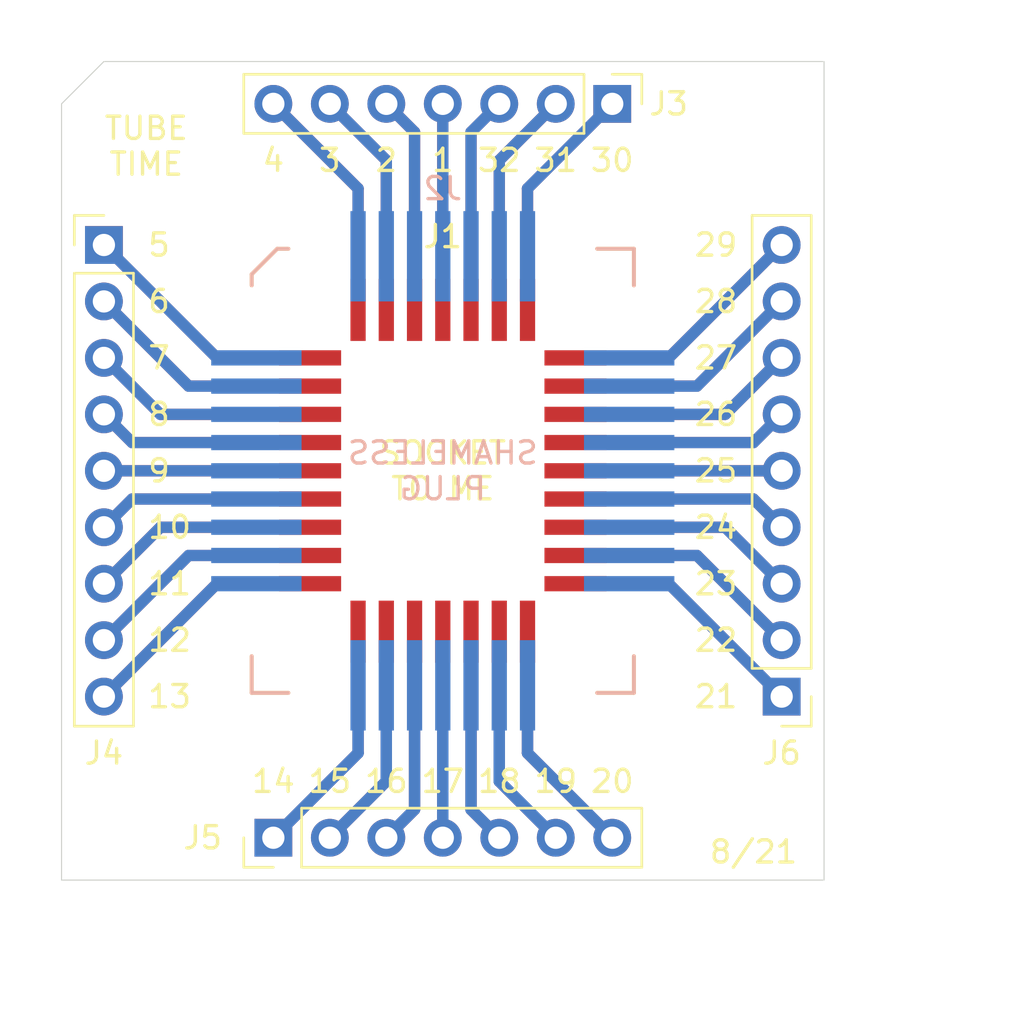
<source format=kicad_pcb>
(kicad_pcb (version 20171130) (host pcbnew "(5.1.0)-1")

  (general
    (thickness 1.6)
    (drawings 45)
    (tracks 141)
    (zones 0)
    (modules 6)
    (nets 33)
  )

  (page A4)
  (layers
    (0 F.Cu signal)
    (31 B.Cu signal)
    (32 B.Adhes user)
    (33 F.Adhes user)
    (34 B.Paste user)
    (35 F.Paste user)
    (36 B.SilkS user)
    (37 F.SilkS user)
    (38 B.Mask user)
    (39 F.Mask user)
    (40 Dwgs.User user)
    (41 Cmts.User user)
    (42 Eco1.User user)
    (43 Eco2.User user)
    (44 Edge.Cuts user)
    (45 Margin user)
    (46 B.CrtYd user)
    (47 F.CrtYd user)
    (48 B.Fab user)
    (49 F.Fab user)
  )

  (setup
    (last_trace_width 0.508)
    (user_trace_width 0.508)
    (trace_clearance 0.2)
    (zone_clearance 0.508)
    (zone_45_only no)
    (trace_min 0.2)
    (via_size 0.8)
    (via_drill 0.4)
    (via_min_size 0.4)
    (via_min_drill 0.3)
    (uvia_size 0.3)
    (uvia_drill 0.1)
    (uvias_allowed no)
    (uvia_min_size 0.2)
    (uvia_min_drill 0.1)
    (edge_width 0.05)
    (segment_width 0.2)
    (pcb_text_width 0.3)
    (pcb_text_size 1.5 1.5)
    (mod_edge_width 0.12)
    (mod_text_size 1 1)
    (mod_text_width 0.15)
    (pad_size 1.524 1.524)
    (pad_drill 0.762)
    (pad_to_mask_clearance 0.051)
    (solder_mask_min_width 0.1778)
    (aux_axis_origin 0 0)
    (visible_elements FFFFFF7F)
    (pcbplotparams
      (layerselection 0x010f0_ffffffff)
      (usegerberextensions false)
      (usegerberattributes false)
      (usegerberadvancedattributes false)
      (creategerberjobfile false)
      (excludeedgelayer true)
      (linewidth 0.100000)
      (plotframeref false)
      (viasonmask false)
      (mode 1)
      (useauxorigin false)
      (hpglpennumber 1)
      (hpglpenspeed 20)
      (hpglpendiameter 15.000000)
      (psnegative false)
      (psa4output false)
      (plotreference true)
      (plotvalue false)
      (plotinvisibletext false)
      (padsonsilk false)
      (subtractmaskfromsilk false)
      (outputformat 1)
      (mirror false)
      (drillshape 0)
      (scaleselection 1)
      (outputdirectory "fab"))
  )

  (net 0 "")
  (net 1 /28)
  (net 2 /27)
  (net 3 /26)
  (net 4 /25)
  (net 5 /24)
  (net 6 /23)
  (net 7 /22)
  (net 8 /21)
  (net 9 /20)
  (net 10 /19)
  (net 11 /18)
  (net 12 /17)
  (net 13 /16)
  (net 14 /15)
  (net 15 /14)
  (net 16 /13)
  (net 17 /12)
  (net 18 /11)
  (net 19 /10)
  (net 20 /9)
  (net 21 /8)
  (net 22 /7)
  (net 23 /6)
  (net 24 /5)
  (net 25 /29)
  (net 26 /30)
  (net 27 /31)
  (net 28 /32)
  (net 29 /4)
  (net 30 /3)
  (net 31 /2)
  (net 32 /1)

  (net_class Default "This is the default net class."
    (clearance 0.2)
    (trace_width 0.25)
    (via_dia 0.8)
    (via_drill 0.4)
    (uvia_dia 0.3)
    (uvia_drill 0.1)
    (add_net /1)
    (add_net /10)
    (add_net /11)
    (add_net /12)
    (add_net /13)
    (add_net /14)
    (add_net /15)
    (add_net /16)
    (add_net /17)
    (add_net /18)
    (add_net /19)
    (add_net /2)
    (add_net /20)
    (add_net /21)
    (add_net /22)
    (add_net /23)
    (add_net /24)
    (add_net /25)
    (add_net /26)
    (add_net /27)
    (add_net /28)
    (add_net /29)
    (add_net /3)
    (add_net /30)
    (add_net /31)
    (add_net /32)
    (add_net /4)
    (add_net /5)
    (add_net /6)
    (add_net /7)
    (add_net /8)
    (add_net /9)
  )

  (module Active:PLCCP127P1250X1500X370-32 locked (layer B.Cu) (tedit 611FFD3A) (tstamp 6120598D)
    (at 127 101.6 180)
    (descr "PLCC, 32 pins, surface mount PLUG")
    (tags "plcc smt")
    (path /611FEA16)
    (attr smd)
    (fp_text reference J2 (at 0 12.7 180) (layer B.SilkS)
      (effects (font (size 1 1) (thickness 0.15)) (justify mirror))
    )
    (fp_text value Plug (at 0.0699 -13.0169 180) (layer B.Fab)
      (effects (font (size 1 1) (thickness 0.15)) (justify mirror))
    )
    (fp_line (start -8.382 9.779) (end -8.382 -9.779) (layer B.Fab) (width 0.1))
    (fp_line (start -8.382 -9.779) (end 8.382 -9.779) (layer B.Fab) (width 0.1))
    (fp_line (start 8.382 -9.779) (end 8.382 8.763) (layer B.Fab) (width 0.1))
    (fp_line (start 7.366 9.779) (end -8.382 9.779) (layer B.Fab) (width 0.1))
    (fp_line (start -10.668 11.938) (end -10.668 -11.938) (layer B.CrtYd) (width 0.05))
    (fp_line (start -10.668 -11.938) (end 10.668 -11.938) (layer B.CrtYd) (width 0.05))
    (fp_line (start 10.668 -11.938) (end 10.668 11.938) (layer B.CrtYd) (width 0.05))
    (fp_line (start 10.668 11.938) (end -10.668 11.938) (layer B.CrtYd) (width 0.05))
    (fp_line (start -0.5 9.714) (end 0 8.714) (layer B.Fab) (width 0.1))
    (fp_line (start 0 8.714) (end 0.5 9.714) (layer B.Fab) (width 0.1))
    (fp_line (start 8.594 8.341) (end 8.594 8.841) (layer B.SilkS) (width 0.1778))
    (fp_line (start 8.594 8.841) (end 7.444 9.991) (layer B.SilkS) (width 0.1778))
    (fp_line (start 7.444 9.991) (end 6.944 9.991) (layer B.SilkS) (width 0.1778))
    (fp_line (start -8.594 8.341) (end -8.594 9.991) (layer B.SilkS) (width 0.1778))
    (fp_line (start -8.594 9.991) (end -6.944 9.991) (layer B.SilkS) (width 0.1778))
    (fp_text user %R (at 0 0 180) (layer B.Fab)
      (effects (font (size 1 1) (thickness 0.15)) (justify mirror))
    )
    (fp_line (start 7.366 9.779) (end 8.382 8.763) (layer B.Fab) (width 0.1))
    (fp_line (start -6.944 -9.991) (end -8.594 -9.991) (layer B.SilkS) (width 0.1778))
    (fp_line (start -8.594 -9.991) (end -8.594 -8.341) (layer B.SilkS) (width 0.1778))
    (fp_line (start 8.594 -8.341) (end 8.594 -9.991) (layer B.SilkS) (width 0.1778))
    (fp_line (start 8.594 -9.991) (end 6.944 -9.991) (layer B.SilkS) (width 0.1778))
    (pad 1 smd rect (at 0 9.652 180) (size 0.6858 4.064) (layers B.Cu B.Paste B.Mask)
      (net 32 /1))
    (pad 2 smd rect (at 1.27 9.652 180) (size 0.6858 4.064) (layers B.Cu B.Paste B.Mask)
      (net 31 /2))
    (pad 3 smd rect (at 2.54 9.652 180) (size 0.6858 4.064) (layers B.Cu B.Paste B.Mask)
      (net 30 /3))
    (pad 4 smd rect (at 3.81 9.652 180) (size 0.6858 4.064) (layers B.Cu B.Paste B.Mask)
      (net 29 /4))
    (pad 32 smd rect (at -1.27 9.652 180) (size 0.6858 4.064) (layers B.Cu B.Paste B.Mask)
      (net 28 /32))
    (pad 31 smd rect (at -2.54 9.652 180) (size 0.6858 4.064) (layers B.Cu B.Paste B.Mask)
      (net 27 /31))
    (pad 30 smd rect (at -3.81 9.652 180) (size 0.6858 4.064) (layers B.Cu B.Paste B.Mask)
      (net 26 /30))
    (pad 29 smd rect (at -8.382 5.08 270) (size 0.6858 4.064) (layers B.Cu B.Paste B.Mask)
      (net 25 /29))
    (pad 5 smd rect (at 8.382 5.08 270) (size 0.6858 4.064) (layers B.Cu B.Paste B.Mask)
      (net 24 /5))
    (pad 6 smd rect (at 8.382 3.81 270) (size 0.6858 4.064) (layers B.Cu B.Paste B.Mask)
      (net 23 /6))
    (pad 7 smd rect (at 8.382 2.54 270) (size 0.6858 4.064) (layers B.Cu B.Paste B.Mask)
      (net 22 /7))
    (pad 8 smd rect (at 8.382 1.27 270) (size 0.6858 4.064) (layers B.Cu B.Paste B.Mask)
      (net 21 /8))
    (pad 9 smd rect (at 8.382 0 270) (size 0.6858 4.064) (layers B.Cu B.Paste B.Mask)
      (net 20 /9))
    (pad 10 smd rect (at 8.382 -1.27 270) (size 0.6858 4.064) (layers B.Cu B.Paste B.Mask)
      (net 19 /10))
    (pad 11 smd rect (at 8.382 -2.54 270) (size 0.6858 4.064) (layers B.Cu B.Paste B.Mask)
      (net 18 /11))
    (pad 12 smd rect (at 8.382 -3.81 270) (size 0.6858 4.064) (layers B.Cu B.Paste B.Mask)
      (net 17 /12))
    (pad 13 smd rect (at 8.382 -5.08 270) (size 0.6858 4.064) (layers B.Cu B.Paste B.Mask)
      (net 16 /13))
    (pad 14 smd rect (at 3.81 -9.652 180) (size 0.6858 4.064) (layers B.Cu B.Paste B.Mask)
      (net 15 /14))
    (pad 15 smd rect (at 2.54 -9.652 180) (size 0.6858 4.064) (layers B.Cu B.Paste B.Mask)
      (net 14 /15))
    (pad 16 smd rect (at 1.27 -9.652 180) (size 0.6858 4.064) (layers B.Cu B.Paste B.Mask)
      (net 13 /16))
    (pad 17 smd rect (at 0 -9.652 180) (size 0.6858 4.064) (layers B.Cu B.Paste B.Mask)
      (net 12 /17))
    (pad 18 smd rect (at -1.27 -9.652 180) (size 0.6858 4.064) (layers B.Cu B.Paste B.Mask)
      (net 11 /18))
    (pad 19 smd rect (at -2.54 -9.652 180) (size 0.6858 4.064) (layers B.Cu B.Paste B.Mask)
      (net 10 /19))
    (pad 20 smd rect (at -3.81 -9.652 180) (size 0.6858 4.064) (layers B.Cu B.Paste B.Mask)
      (net 9 /20))
    (pad 21 smd rect (at -8.382 -5.08 270) (size 0.6858 4.064) (layers B.Cu B.Paste B.Mask)
      (net 8 /21))
    (pad 22 smd rect (at -8.382 -3.81 270) (size 0.6858 4.064) (layers B.Cu B.Paste B.Mask)
      (net 7 /22))
    (pad 23 smd rect (at -8.382 -2.54 270) (size 0.6858 4.064) (layers B.Cu B.Paste B.Mask)
      (net 6 /23))
    (pad 24 smd rect (at -8.382 -1.27 270) (size 0.6858 4.064) (layers B.Cu B.Paste B.Mask)
      (net 5 /24))
    (pad 25 smd rect (at -8.382 0 270) (size 0.6858 4.064) (layers B.Cu B.Paste B.Mask)
      (net 4 /25))
    (pad 26 smd rect (at -8.382 1.27 270) (size 0.6858 4.064) (layers B.Cu B.Paste B.Mask)
      (net 3 /26))
    (pad 27 smd rect (at -8.382 2.54 270) (size 0.6858 4.064) (layers B.Cu B.Paste B.Mask)
      (net 2 /27))
    (pad 28 smd rect (at -8.382 3.81 270) (size 0.6858 4.064) (layers B.Cu B.Paste B.Mask)
      (net 1 /28))
    (model ${KISYS3DMOD}/Housings_LCC.3dshapes/PLCC-32.wrl
      (at (xyz 0 0 0))
      (scale (xyz 1 1 1))
      (rotate (xyz 0 0 0))
    )
  )

  (module Pin_Headers:Pin_Header_Straight_1x09_Pitch2.54mm (layer F.Cu) (tedit 59650532) (tstamp 61205999)
    (at 142.24 111.76 180)
    (descr "Through hole straight pin header, 1x09, 2.54mm pitch, single row")
    (tags "Through hole pin header THT 1x09 2.54mm single row")
    (path /61355263)
    (fp_text reference J6 (at 0 -2.54 180) (layer F.SilkS)
      (effects (font (size 1 1) (thickness 0.15)))
    )
    (fp_text value Conn_01x09 (at 0 22.65 180) (layer F.Fab)
      (effects (font (size 1 1) (thickness 0.15)))
    )
    (fp_line (start -0.635 -1.27) (end 1.27 -1.27) (layer F.Fab) (width 0.1))
    (fp_line (start 1.27 -1.27) (end 1.27 21.59) (layer F.Fab) (width 0.1))
    (fp_line (start 1.27 21.59) (end -1.27 21.59) (layer F.Fab) (width 0.1))
    (fp_line (start -1.27 21.59) (end -1.27 -0.635) (layer F.Fab) (width 0.1))
    (fp_line (start -1.27 -0.635) (end -0.635 -1.27) (layer F.Fab) (width 0.1))
    (fp_line (start -1.33 21.65) (end 1.33 21.65) (layer F.SilkS) (width 0.12))
    (fp_line (start -1.33 1.27) (end -1.33 21.65) (layer F.SilkS) (width 0.12))
    (fp_line (start 1.33 1.27) (end 1.33 21.65) (layer F.SilkS) (width 0.12))
    (fp_line (start -1.33 1.27) (end 1.33 1.27) (layer F.SilkS) (width 0.12))
    (fp_line (start -1.33 0) (end -1.33 -1.33) (layer F.SilkS) (width 0.12))
    (fp_line (start -1.33 -1.33) (end 0 -1.33) (layer F.SilkS) (width 0.12))
    (fp_line (start -1.8 -1.8) (end -1.8 22.1) (layer F.CrtYd) (width 0.05))
    (fp_line (start -1.8 22.1) (end 1.8 22.1) (layer F.CrtYd) (width 0.05))
    (fp_line (start 1.8 22.1) (end 1.8 -1.8) (layer F.CrtYd) (width 0.05))
    (fp_line (start 1.8 -1.8) (end -1.8 -1.8) (layer F.CrtYd) (width 0.05))
    (fp_text user %R (at 0 10.16 270) (layer F.Fab)
      (effects (font (size 1 1) (thickness 0.15)))
    )
    (pad 1 thru_hole rect (at 0 0 180) (size 1.7 1.7) (drill 1) (layers *.Cu *.Mask)
      (net 8 /21))
    (pad 2 thru_hole oval (at 0 2.54 180) (size 1.7 1.7) (drill 1) (layers *.Cu *.Mask)
      (net 7 /22))
    (pad 3 thru_hole oval (at 0 5.08 180) (size 1.7 1.7) (drill 1) (layers *.Cu *.Mask)
      (net 6 /23))
    (pad 4 thru_hole oval (at 0 7.62 180) (size 1.7 1.7) (drill 1) (layers *.Cu *.Mask)
      (net 5 /24))
    (pad 5 thru_hole oval (at 0 10.16 180) (size 1.7 1.7) (drill 1) (layers *.Cu *.Mask)
      (net 4 /25))
    (pad 6 thru_hole oval (at 0 12.7 180) (size 1.7 1.7) (drill 1) (layers *.Cu *.Mask)
      (net 3 /26))
    (pad 7 thru_hole oval (at 0 15.24 180) (size 1.7 1.7) (drill 1) (layers *.Cu *.Mask)
      (net 2 /27))
    (pad 8 thru_hole oval (at 0 17.78 180) (size 1.7 1.7) (drill 1) (layers *.Cu *.Mask)
      (net 1 /28))
    (pad 9 thru_hole oval (at 0 20.32 180) (size 1.7 1.7) (drill 1) (layers *.Cu *.Mask)
      (net 25 /29))
    (model ${KISYS3DMOD}/Pin_Headers.3dshapes/Pin_Header_Straight_1x09_Pitch2.54mm.wrl
      (at (xyz 0 0 0))
      (scale (xyz 1 1 1))
      (rotate (xyz 0 0 0))
    )
  )

  (module Pin_Headers:Pin_Header_Straight_1x07_Pitch2.54mm (layer F.Cu) (tedit 59650532) (tstamp 61205996)
    (at 119.38 118.11 90)
    (descr "Through hole straight pin header, 1x07, 2.54mm pitch, single row")
    (tags "Through hole pin header THT 1x07 2.54mm single row")
    (path /6138089E)
    (fp_text reference J5 (at 0 -3.175 180) (layer F.SilkS)
      (effects (font (size 1 1) (thickness 0.15)))
    )
    (fp_text value Conn_01x07 (at 0 17.57 90) (layer F.Fab)
      (effects (font (size 1 1) (thickness 0.15)))
    )
    (fp_line (start -0.635 -1.27) (end 1.27 -1.27) (layer F.Fab) (width 0.1))
    (fp_line (start 1.27 -1.27) (end 1.27 16.51) (layer F.Fab) (width 0.1))
    (fp_line (start 1.27 16.51) (end -1.27 16.51) (layer F.Fab) (width 0.1))
    (fp_line (start -1.27 16.51) (end -1.27 -0.635) (layer F.Fab) (width 0.1))
    (fp_line (start -1.27 -0.635) (end -0.635 -1.27) (layer F.Fab) (width 0.1))
    (fp_line (start -1.33 16.57) (end 1.33 16.57) (layer F.SilkS) (width 0.12))
    (fp_line (start -1.33 1.27) (end -1.33 16.57) (layer F.SilkS) (width 0.12))
    (fp_line (start 1.33 1.27) (end 1.33 16.57) (layer F.SilkS) (width 0.12))
    (fp_line (start -1.33 1.27) (end 1.33 1.27) (layer F.SilkS) (width 0.12))
    (fp_line (start -1.33 0) (end -1.33 -1.33) (layer F.SilkS) (width 0.12))
    (fp_line (start -1.33 -1.33) (end 0 -1.33) (layer F.SilkS) (width 0.12))
    (fp_line (start -1.8 -1.8) (end -1.8 17.05) (layer F.CrtYd) (width 0.05))
    (fp_line (start -1.8 17.05) (end 1.8 17.05) (layer F.CrtYd) (width 0.05))
    (fp_line (start 1.8 17.05) (end 1.8 -1.8) (layer F.CrtYd) (width 0.05))
    (fp_line (start 1.8 -1.8) (end -1.8 -1.8) (layer F.CrtYd) (width 0.05))
    (fp_text user %R (at 0 7.62 180) (layer F.Fab)
      (effects (font (size 1 1) (thickness 0.15)))
    )
    (pad 1 thru_hole rect (at 0 0 90) (size 1.7 1.7) (drill 1) (layers *.Cu *.Mask)
      (net 15 /14))
    (pad 2 thru_hole oval (at 0 2.54 90) (size 1.7 1.7) (drill 1) (layers *.Cu *.Mask)
      (net 14 /15))
    (pad 3 thru_hole oval (at 0 5.08 90) (size 1.7 1.7) (drill 1) (layers *.Cu *.Mask)
      (net 13 /16))
    (pad 4 thru_hole oval (at 0 7.62 90) (size 1.7 1.7) (drill 1) (layers *.Cu *.Mask)
      (net 12 /17))
    (pad 5 thru_hole oval (at 0 10.16 90) (size 1.7 1.7) (drill 1) (layers *.Cu *.Mask)
      (net 11 /18))
    (pad 6 thru_hole oval (at 0 12.7 90) (size 1.7 1.7) (drill 1) (layers *.Cu *.Mask)
      (net 10 /19))
    (pad 7 thru_hole oval (at 0 15.24 90) (size 1.7 1.7) (drill 1) (layers *.Cu *.Mask)
      (net 9 /20))
    (model ${KISYS3DMOD}/Pin_Headers.3dshapes/Pin_Header_Straight_1x07_Pitch2.54mm.wrl
      (at (xyz 0 0 0))
      (scale (xyz 1 1 1))
      (rotate (xyz 0 0 0))
    )
  )

  (module Pin_Headers:Pin_Header_Straight_1x09_Pitch2.54mm (layer F.Cu) (tedit 59650532) (tstamp 61205993)
    (at 111.76 91.44)
    (descr "Through hole straight pin header, 1x09, 2.54mm pitch, single row")
    (tags "Through hole pin header THT 1x09 2.54mm single row")
    (path /61358341)
    (fp_text reference J4 (at 0 22.86) (layer F.SilkS)
      (effects (font (size 1 1) (thickness 0.15)))
    )
    (fp_text value Conn_01x09 (at 0 22.65) (layer F.Fab)
      (effects (font (size 1 1) (thickness 0.15)))
    )
    (fp_line (start -0.635 -1.27) (end 1.27 -1.27) (layer F.Fab) (width 0.1))
    (fp_line (start 1.27 -1.27) (end 1.27 21.59) (layer F.Fab) (width 0.1))
    (fp_line (start 1.27 21.59) (end -1.27 21.59) (layer F.Fab) (width 0.1))
    (fp_line (start -1.27 21.59) (end -1.27 -0.635) (layer F.Fab) (width 0.1))
    (fp_line (start -1.27 -0.635) (end -0.635 -1.27) (layer F.Fab) (width 0.1))
    (fp_line (start -1.33 21.65) (end 1.33 21.65) (layer F.SilkS) (width 0.12))
    (fp_line (start -1.33 1.27) (end -1.33 21.65) (layer F.SilkS) (width 0.12))
    (fp_line (start 1.33 1.27) (end 1.33 21.65) (layer F.SilkS) (width 0.12))
    (fp_line (start -1.33 1.27) (end 1.33 1.27) (layer F.SilkS) (width 0.12))
    (fp_line (start -1.33 0) (end -1.33 -1.33) (layer F.SilkS) (width 0.12))
    (fp_line (start -1.33 -1.33) (end 0 -1.33) (layer F.SilkS) (width 0.12))
    (fp_line (start -1.8 -1.8) (end -1.8 22.1) (layer F.CrtYd) (width 0.05))
    (fp_line (start -1.8 22.1) (end 1.8 22.1) (layer F.CrtYd) (width 0.05))
    (fp_line (start 1.8 22.1) (end 1.8 -1.8) (layer F.CrtYd) (width 0.05))
    (fp_line (start 1.8 -1.8) (end -1.8 -1.8) (layer F.CrtYd) (width 0.05))
    (fp_text user %R (at 0 10.16 90) (layer F.Fab)
      (effects (font (size 1 1) (thickness 0.15)))
    )
    (pad 1 thru_hole rect (at 0 0) (size 1.7 1.7) (drill 1) (layers *.Cu *.Mask)
      (net 24 /5))
    (pad 2 thru_hole oval (at 0 2.54) (size 1.7 1.7) (drill 1) (layers *.Cu *.Mask)
      (net 23 /6))
    (pad 3 thru_hole oval (at 0 5.08) (size 1.7 1.7) (drill 1) (layers *.Cu *.Mask)
      (net 22 /7))
    (pad 4 thru_hole oval (at 0 7.62) (size 1.7 1.7) (drill 1) (layers *.Cu *.Mask)
      (net 21 /8))
    (pad 5 thru_hole oval (at 0 10.16) (size 1.7 1.7) (drill 1) (layers *.Cu *.Mask)
      (net 20 /9))
    (pad 6 thru_hole oval (at 0 12.7) (size 1.7 1.7) (drill 1) (layers *.Cu *.Mask)
      (net 19 /10))
    (pad 7 thru_hole oval (at 0 15.24) (size 1.7 1.7) (drill 1) (layers *.Cu *.Mask)
      (net 18 /11))
    (pad 8 thru_hole oval (at 0 17.78) (size 1.7 1.7) (drill 1) (layers *.Cu *.Mask)
      (net 17 /12))
    (pad 9 thru_hole oval (at 0 20.32) (size 1.7 1.7) (drill 1) (layers *.Cu *.Mask)
      (net 16 /13))
    (model ${KISYS3DMOD}/Pin_Headers.3dshapes/Pin_Header_Straight_1x09_Pitch2.54mm.wrl
      (at (xyz 0 0 0))
      (scale (xyz 1 1 1))
      (rotate (xyz 0 0 0))
    )
  )

  (module Pin_Headers:Pin_Header_Straight_1x07_Pitch2.54mm (layer F.Cu) (tedit 59650532) (tstamp 61205990)
    (at 134.62 85.09 270)
    (descr "Through hole straight pin header, 1x07, 2.54mm pitch, single row")
    (tags "Through hole pin header THT 1x07 2.54mm single row")
    (path /61356002)
    (fp_text reference J3 (at 0 -2.54) (layer F.SilkS)
      (effects (font (size 1 1) (thickness 0.15)))
    )
    (fp_text value Conn_01x07 (at 0 17.57 270) (layer F.Fab)
      (effects (font (size 1 1) (thickness 0.15)))
    )
    (fp_line (start -0.635 -1.27) (end 1.27 -1.27) (layer F.Fab) (width 0.1))
    (fp_line (start 1.27 -1.27) (end 1.27 16.51) (layer F.Fab) (width 0.1))
    (fp_line (start 1.27 16.51) (end -1.27 16.51) (layer F.Fab) (width 0.1))
    (fp_line (start -1.27 16.51) (end -1.27 -0.635) (layer F.Fab) (width 0.1))
    (fp_line (start -1.27 -0.635) (end -0.635 -1.27) (layer F.Fab) (width 0.1))
    (fp_line (start -1.33 16.57) (end 1.33 16.57) (layer F.SilkS) (width 0.12))
    (fp_line (start -1.33 1.27) (end -1.33 16.57) (layer F.SilkS) (width 0.12))
    (fp_line (start 1.33 1.27) (end 1.33 16.57) (layer F.SilkS) (width 0.12))
    (fp_line (start -1.33 1.27) (end 1.33 1.27) (layer F.SilkS) (width 0.12))
    (fp_line (start -1.33 0) (end -1.33 -1.33) (layer F.SilkS) (width 0.12))
    (fp_line (start -1.33 -1.33) (end 0 -1.33) (layer F.SilkS) (width 0.12))
    (fp_line (start -1.8 -1.8) (end -1.8 17.05) (layer F.CrtYd) (width 0.05))
    (fp_line (start -1.8 17.05) (end 1.8 17.05) (layer F.CrtYd) (width 0.05))
    (fp_line (start 1.8 17.05) (end 1.8 -1.8) (layer F.CrtYd) (width 0.05))
    (fp_line (start 1.8 -1.8) (end -1.8 -1.8) (layer F.CrtYd) (width 0.05))
    (fp_text user %R (at 0 7.62) (layer F.Fab)
      (effects (font (size 1 1) (thickness 0.15)))
    )
    (pad 1 thru_hole rect (at 0 0 270) (size 1.7 1.7) (drill 1) (layers *.Cu *.Mask)
      (net 26 /30))
    (pad 2 thru_hole oval (at 0 2.54 270) (size 1.7 1.7) (drill 1) (layers *.Cu *.Mask)
      (net 27 /31))
    (pad 3 thru_hole oval (at 0 5.08 270) (size 1.7 1.7) (drill 1) (layers *.Cu *.Mask)
      (net 28 /32))
    (pad 4 thru_hole oval (at 0 7.62 270) (size 1.7 1.7) (drill 1) (layers *.Cu *.Mask)
      (net 32 /1))
    (pad 5 thru_hole oval (at 0 10.16 270) (size 1.7 1.7) (drill 1) (layers *.Cu *.Mask)
      (net 31 /2))
    (pad 6 thru_hole oval (at 0 12.7 270) (size 1.7 1.7) (drill 1) (layers *.Cu *.Mask)
      (net 30 /3))
    (pad 7 thru_hole oval (at 0 15.24 270) (size 1.7 1.7) (drill 1) (layers *.Cu *.Mask)
      (net 29 /4))
    (model ${KISYS3DMOD}/Pin_Headers.3dshapes/Pin_Header_Straight_1x07_Pitch2.54mm.wrl
      (at (xyz 0 0 0))
      (scale (xyz 1 1 1))
      (rotate (xyz 0 0 0))
    )
  )

  (module Active:PLCCS127P1250X1500X370-32 (layer F.Cu) (tedit 611FF751) (tstamp 61205954)
    (at 127 101.6)
    (descr "PLCC, 32 pins, surface mount")
    (tags "plcc smt")
    (path /6120C484)
    (attr smd)
    (fp_text reference J1 (at 0 -10.541) (layer F.SilkS)
      (effects (font (size 1 1) (thickness 0.15)))
    )
    (fp_text value Socket (at 0 11.43) (layer F.Fab)
      (effects (font (size 1 1) (thickness 0.15)))
    )
    (fp_line (start 8.594 9.991) (end 6.944 9.991) (layer F.SilkS) (width 0.1778))
    (fp_line (start 8.594 8.341) (end 8.594 9.991) (layer F.SilkS) (width 0.1778))
    (fp_line (start -8.594 9.991) (end -8.594 8.341) (layer F.SilkS) (width 0.1778))
    (fp_line (start -6.944 9.991) (end -8.594 9.991) (layer F.SilkS) (width 0.1778))
    (fp_line (start -8.382 -8.763) (end -7.366 -9.779) (layer F.Fab) (width 0.1))
    (fp_text user %R (at 0 1.1) (layer F.Fab)
      (effects (font (size 1 1) (thickness 0.15)))
    )
    (fp_line (start 8.594 -9.991) (end 8.594 -8.341) (layer F.SilkS) (width 0.1778))
    (fp_line (start 6.944 -9.991) (end 8.594 -9.991) (layer F.SilkS) (width 0.1778))
    (fp_line (start -8.594 -8.841) (end -8.594 -8.341) (layer F.SilkS) (width 0.1778))
    (fp_line (start -7.444 -9.991) (end -8.594 -8.841) (layer F.SilkS) (width 0.1778))
    (fp_line (start -6.944 -9.991) (end -7.444 -9.991) (layer F.SilkS) (width 0.1778))
    (fp_line (start 0 -8.714) (end 0.5 -9.714) (layer F.Fab) (width 0.1))
    (fp_line (start -0.5 -9.714) (end 0 -8.714) (layer F.Fab) (width 0.1))
    (fp_line (start 8.509 -9.906) (end -8.509 -9.906) (layer F.CrtYd) (width 0.05))
    (fp_line (start 8.509 9.906) (end 8.509 -9.906) (layer F.CrtYd) (width 0.05))
    (fp_line (start -8.509 9.906) (end 8.509 9.906) (layer F.CrtYd) (width 0.05))
    (fp_line (start -8.509 -9.906) (end -8.509 9.906) (layer F.CrtYd) (width 0.05))
    (fp_line (start 8.382 -9.779) (end -7.366 -9.779) (layer F.Fab) (width 0.1))
    (fp_line (start 8.382 9.779) (end 8.382 -9.779) (layer F.Fab) (width 0.1))
    (fp_line (start -8.382 9.779) (end 8.382 9.779) (layer F.Fab) (width 0.1))
    (fp_line (start -8.382 -8.763) (end -8.382 9.779) (layer F.Fab) (width 0.1))
    (pad 28 smd rect (at 5.969 -3.81 90) (size 0.6858 2.794) (layers F.Cu F.Paste F.Mask)
      (net 1 /28))
    (pad 27 smd rect (at 5.969 -2.54 90) (size 0.6858 2.794) (layers F.Cu F.Paste F.Mask)
      (net 2 /27))
    (pad 26 smd rect (at 5.969 -1.27 90) (size 0.6858 2.794) (layers F.Cu F.Paste F.Mask)
      (net 3 /26))
    (pad 25 smd rect (at 5.969 0 90) (size 0.6858 2.794) (layers F.Cu F.Paste F.Mask)
      (net 4 /25))
    (pad 24 smd rect (at 5.969 1.27 90) (size 0.6858 2.794) (layers F.Cu F.Paste F.Mask)
      (net 5 /24))
    (pad 23 smd rect (at 5.969 2.54 90) (size 0.6858 2.794) (layers F.Cu F.Paste F.Mask)
      (net 6 /23))
    (pad 22 smd rect (at 5.969 3.81 90) (size 0.6858 2.794) (layers F.Cu F.Paste F.Mask)
      (net 7 /22))
    (pad 21 smd rect (at 5.969 5.08 90) (size 0.6858 2.794) (layers F.Cu F.Paste F.Mask)
      (net 8 /21))
    (pad 20 smd rect (at 3.81 7.239) (size 0.6858 2.794) (layers F.Cu F.Paste F.Mask)
      (net 9 /20))
    (pad 19 smd rect (at 2.54 7.239) (size 0.6858 2.794) (layers F.Cu F.Paste F.Mask)
      (net 10 /19))
    (pad 18 smd rect (at 1.27 7.239) (size 0.6858 2.794) (layers F.Cu F.Paste F.Mask)
      (net 11 /18))
    (pad 17 smd rect (at 0 7.239) (size 0.6858 2.794) (layers F.Cu F.Paste F.Mask)
      (net 12 /17))
    (pad 16 smd rect (at -1.27 7.239) (size 0.6858 2.794) (layers F.Cu F.Paste F.Mask)
      (net 13 /16))
    (pad 15 smd rect (at -2.54 7.239) (size 0.6858 2.794) (layers F.Cu F.Paste F.Mask)
      (net 14 /15))
    (pad 14 smd rect (at -3.81 7.239) (size 0.6858 2.794) (layers F.Cu F.Paste F.Mask)
      (net 15 /14))
    (pad 13 smd rect (at -5.969 5.08 90) (size 0.6858 2.794) (layers F.Cu F.Paste F.Mask)
      (net 16 /13))
    (pad 12 smd rect (at -5.969 3.81 90) (size 0.6858 2.794) (layers F.Cu F.Paste F.Mask)
      (net 17 /12))
    (pad 11 smd rect (at -5.969 2.54 90) (size 0.6858 2.794) (layers F.Cu F.Paste F.Mask)
      (net 18 /11))
    (pad 10 smd rect (at -5.969 1.27 90) (size 0.6858 2.794) (layers F.Cu F.Paste F.Mask)
      (net 19 /10))
    (pad 9 smd rect (at -5.969 0 90) (size 0.6858 2.794) (layers F.Cu F.Paste F.Mask)
      (net 20 /9))
    (pad 8 smd rect (at -5.969 -1.27 90) (size 0.6858 2.794) (layers F.Cu F.Paste F.Mask)
      (net 21 /8))
    (pad 7 smd rect (at -5.969 -2.54 90) (size 0.6858 2.794) (layers F.Cu F.Paste F.Mask)
      (net 22 /7))
    (pad 6 smd rect (at -5.969 -3.81 90) (size 0.6858 2.794) (layers F.Cu F.Paste F.Mask)
      (net 23 /6))
    (pad 5 smd rect (at -5.969 -5.08 90) (size 0.6858 2.794) (layers F.Cu F.Paste F.Mask)
      (net 24 /5))
    (pad 29 smd rect (at 5.969 -5.08 90) (size 0.6858 2.794) (layers F.Cu F.Paste F.Mask)
      (net 25 /29))
    (pad 30 smd rect (at 3.81 -7.239) (size 0.6858 2.794) (layers F.Cu F.Paste F.Mask)
      (net 26 /30))
    (pad 31 smd rect (at 2.54 -7.239) (size 0.6858 2.794) (layers F.Cu F.Paste F.Mask)
      (net 27 /31))
    (pad 32 smd rect (at 1.27 -7.239) (size 0.6858 2.794) (layers F.Cu F.Paste F.Mask)
      (net 28 /32))
    (pad 4 smd rect (at -3.81 -7.239) (size 0.6858 2.794) (layers F.Cu F.Paste F.Mask)
      (net 29 /4))
    (pad 3 smd rect (at -2.54 -7.239) (size 0.6858 2.794) (layers F.Cu F.Paste F.Mask)
      (net 30 /3))
    (pad 2 smd rect (at -1.27 -7.239) (size 0.6858 2.794) (layers F.Cu F.Paste F.Mask)
      (net 31 /2))
    (pad 1 smd rect (at 0 -7.239) (size 0.6858 2.794) (layers F.Cu F.Paste F.Mask)
      (net 32 /1))
    (model ${KISYS3DMOD}/Housings_LCC.3dshapes/PLCC-32.wrl
      (at (xyz 0 0 0))
      (scale (xyz 1 1 1))
      (rotate (xyz 0 0 0))
    )
  )

  (dimension 34.29 (width 0.15) (layer Dwgs.User)
    (gr_text "34.290 mm" (at 127 127.03) (layer Dwgs.User)
      (effects (font (size 1 1) (thickness 0.15)))
    )
    (feature1 (pts (xy 109.855 120.015) (xy 109.855 126.316421)))
    (feature2 (pts (xy 144.145 120.015) (xy 144.145 126.316421)))
    (crossbar (pts (xy 144.145 125.73) (xy 109.855 125.73)))
    (arrow1a (pts (xy 109.855 125.73) (xy 110.981504 125.143579)))
    (arrow1b (pts (xy 109.855 125.73) (xy 110.981504 126.316421)))
    (arrow2a (pts (xy 144.145 125.73) (xy 143.018496 125.143579)))
    (arrow2b (pts (xy 144.145 125.73) (xy 143.018496 126.316421)))
  )
  (dimension 36.83 (width 0.15) (layer Dwgs.User)
    (gr_text "36.830 mm" (at 151.795 101.6 270) (layer Dwgs.User)
      (effects (font (size 1 1) (thickness 0.15)))
    )
    (feature1 (pts (xy 144.145 120.015) (xy 151.081421 120.015)))
    (feature2 (pts (xy 144.145 83.185) (xy 151.081421 83.185)))
    (crossbar (pts (xy 150.495 83.185) (xy 150.495 120.015)))
    (arrow1a (pts (xy 150.495 120.015) (xy 149.908579 118.888496)))
    (arrow1b (pts (xy 150.495 120.015) (xy 151.081421 118.888496)))
    (arrow2a (pts (xy 150.495 83.185) (xy 149.908579 84.311504)))
    (arrow2b (pts (xy 150.495 83.185) (xy 151.081421 84.311504)))
  )
  (dimension 34.29 (width 0.15) (layer Dwgs.User)
    (gr_text "1.3500 in" (at 127 124.489999) (layer Dwgs.User)
      (effects (font (size 1 1) (thickness 0.15)))
    )
    (feature1 (pts (xy 144.145 120.015) (xy 144.145 123.77642)))
    (feature2 (pts (xy 109.855 120.015) (xy 109.855 123.77642)))
    (crossbar (pts (xy 109.855 123.189999) (xy 144.145 123.189999)))
    (arrow1a (pts (xy 144.145 123.189999) (xy 143.018496 123.77642)))
    (arrow1b (pts (xy 144.145 123.189999) (xy 143.018496 122.603578)))
    (arrow2a (pts (xy 109.855 123.189999) (xy 110.981504 123.77642)))
    (arrow2b (pts (xy 109.855 123.189999) (xy 110.981504 122.603578)))
  )
  (dimension 36.83 (width 0.15) (layer Dwgs.User)
    (gr_text "1.4500 in" (at 148.62 101.6 90) (layer Dwgs.User)
      (effects (font (size 1 1) (thickness 0.15)))
    )
    (feature1 (pts (xy 144.145 83.185) (xy 147.906421 83.185)))
    (feature2 (pts (xy 144.145 120.015) (xy 147.906421 120.015)))
    (crossbar (pts (xy 147.32 120.015) (xy 147.32 83.185)))
    (arrow1a (pts (xy 147.32 83.185) (xy 147.906421 84.311504)))
    (arrow1b (pts (xy 147.32 83.185) (xy 146.733579 84.311504)))
    (arrow2a (pts (xy 147.32 120.015) (xy 147.906421 118.888496)))
    (arrow2b (pts (xy 147.32 120.015) (xy 146.733579 118.888496)))
  )
  (gr_text "SHAMELESS\nPLUG" (at 127 101.6) (layer B.SilkS)
    (effects (font (size 1 1) (thickness 0.15)) (justify mirror))
  )
  (gr_text "SOCKET\nTO ME" (at 127 101.6) (layer F.SilkS)
    (effects (font (size 1 1) (thickness 0.15)))
  )
  (gr_text "TUBE\nTIME" (at 113.665 86.995) (layer F.SilkS) (tstamp 6120705E)
    (effects (font (size 1 1) (thickness 0.15)))
  )
  (gr_text 8/21 (at 140.97 118.745) (layer F.SilkS)
    (effects (font (size 1 1) (thickness 0.15)))
  )
  (gr_text 27 (at 140.335 96.52) (layer F.SilkS) (tstamp 61206F11)
    (effects (font (size 1 1) (thickness 0.15)) (justify right))
  )
  (gr_text 28 (at 140.335 93.98) (layer F.SilkS) (tstamp 61206F10)
    (effects (font (size 1 1) (thickness 0.15)) (justify right))
  )
  (gr_text 26 (at 140.335 99.06) (layer F.SilkS) (tstamp 61206F0F)
    (effects (font (size 1 1) (thickness 0.15)) (justify right))
  )
  (gr_text 24 (at 140.335 104.14) (layer F.SilkS) (tstamp 61206F0E)
    (effects (font (size 1 1) (thickness 0.15)) (justify right))
  )
  (gr_text 22 (at 140.335 109.22) (layer F.SilkS) (tstamp 61206F0D)
    (effects (font (size 1 1) (thickness 0.15)) (justify right))
  )
  (gr_text 25 (at 140.335 101.6) (layer F.SilkS) (tstamp 61206F0C)
    (effects (font (size 1 1) (thickness 0.15)) (justify right))
  )
  (gr_text 29 (at 140.335 91.44) (layer F.SilkS) (tstamp 61206F0B)
    (effects (font (size 1 1) (thickness 0.15)) (justify right))
  )
  (gr_text 21 (at 140.335 111.76) (layer F.SilkS) (tstamp 61206F0A)
    (effects (font (size 1 1) (thickness 0.15)) (justify right))
  )
  (gr_text 23 (at 140.335 106.68) (layer F.SilkS) (tstamp 61206F09)
    (effects (font (size 1 1) (thickness 0.15)) (justify right))
  )
  (gr_text 15 (at 121.92 115.57) (layer F.SilkS) (tstamp 61206EEF)
    (effects (font (size 1 1) (thickness 0.15)))
  )
  (gr_text 16 (at 124.46 115.57) (layer F.SilkS) (tstamp 61206EEE)
    (effects (font (size 1 1) (thickness 0.15)))
  )
  (gr_text 18 (at 129.54 115.57) (layer F.SilkS) (tstamp 61206EED)
    (effects (font (size 1 1) (thickness 0.15)))
  )
  (gr_text 14 (at 119.38 115.57) (layer F.SilkS) (tstamp 61206EEC)
    (effects (font (size 1 1) (thickness 0.15)))
  )
  (gr_text 19 (at 132.08 115.57) (layer F.SilkS) (tstamp 61206EEB)
    (effects (font (size 1 1) (thickness 0.15)))
  )
  (gr_text 17 (at 127 115.57) (layer F.SilkS) (tstamp 61206EEA)
    (effects (font (size 1 1) (thickness 0.15)))
  )
  (gr_text 20 (at 134.62 115.57) (layer F.SilkS) (tstamp 61206EE9)
    (effects (font (size 1 1) (thickness 0.15)))
  )
  (gr_text 13 (at 113.665 111.76) (layer F.SilkS) (tstamp 61206ED4)
    (effects (font (size 1 1) (thickness 0.15)) (justify left))
  )
  (gr_text 12 (at 113.665 109.22) (layer F.SilkS) (tstamp 61206ED2)
    (effects (font (size 1 1) (thickness 0.15)) (justify left))
  )
  (gr_text 11 (at 113.665 106.68) (layer F.SilkS) (tstamp 61206ED0)
    (effects (font (size 1 1) (thickness 0.15)) (justify left))
  )
  (gr_text 10 (at 113.665 104.14) (layer F.SilkS) (tstamp 61206ECE)
    (effects (font (size 1 1) (thickness 0.15)) (justify left))
  )
  (gr_text 9 (at 113.665 101.6) (layer F.SilkS) (tstamp 61206ECC)
    (effects (font (size 1 1) (thickness 0.15)) (justify left))
  )
  (gr_text 8 (at 113.665 99.06) (layer F.SilkS) (tstamp 61206ECA)
    (effects (font (size 1 1) (thickness 0.15)) (justify left))
  )
  (gr_text 7 (at 113.665 96.52) (layer F.SilkS) (tstamp 61206EC8)
    (effects (font (size 1 1) (thickness 0.15)) (justify left))
  )
  (gr_text 6 (at 113.665 93.98) (layer F.SilkS) (tstamp 61206EC5)
    (effects (font (size 1 1) (thickness 0.15)) (justify left))
  )
  (gr_text 5 (at 113.665 91.44) (layer F.SilkS) (tstamp 61206EC1)
    (effects (font (size 1 1) (thickness 0.15)) (justify left))
  )
  (gr_text 4 (at 119.38 87.63) (layer F.SilkS) (tstamp 61206EB7)
    (effects (font (size 1 1) (thickness 0.15)))
  )
  (gr_text 3 (at 121.92 87.63) (layer F.SilkS) (tstamp 61206EB5)
    (effects (font (size 1 1) (thickness 0.15)))
  )
  (gr_text 2 (at 124.46 87.63) (layer F.SilkS) (tstamp 61206EB3)
    (effects (font (size 1 1) (thickness 0.15)))
  )
  (gr_text 30 (at 134.62 87.63) (layer F.SilkS) (tstamp 61206E99)
    (effects (font (size 1 1) (thickness 0.15)))
  )
  (gr_text 31 (at 132.08 87.63) (layer F.SilkS) (tstamp 61206E97)
    (effects (font (size 1 1) (thickness 0.15)))
  )
  (gr_text 32 (at 129.54 87.63) (layer F.SilkS)
    (effects (font (size 1 1) (thickness 0.15)))
  )
  (gr_text 1 (at 127 87.63) (layer F.SilkS)
    (effects (font (size 1 1) (thickness 0.15)))
  )
  (gr_line (start 111.76 83.185) (end 109.855 85.09) (layer Edge.Cuts) (width 0.05))
  (gr_line (start 144.145 120.015) (end 144.145 83.185) (layer Edge.Cuts) (width 0.05) (tstamp 61206CAF))
  (gr_line (start 109.855 120.015) (end 144.145 120.015) (layer Edge.Cuts) (width 0.05))
  (gr_line (start 109.855 85.09) (end 109.855 120.015) (layer Edge.Cuts) (width 0.05))
  (gr_line (start 144.145 83.185) (end 111.76 83.185) (layer Edge.Cuts) (width 0.05))

  (segment (start 130.81 88.9) (end 134.62 85.09) (width 0.508) (layer F.Cu) (net 26))
  (segment (start 130.81 94.361) (end 130.81 88.9) (width 0.508) (layer F.Cu) (net 26))
  (segment (start 130.81 88.9) (end 134.62 85.09) (width 0.508) (layer B.Cu) (net 26))
  (segment (start 130.81 91.948) (end 130.81 88.9) (width 0.508) (layer B.Cu) (net 26))
  (segment (start 123.19 114.3) (end 119.38 118.11) (width 0.508) (layer F.Cu) (net 15) (tstamp 61206D41))
  (segment (start 123.19 111.252) (end 123.19 114.3) (width 0.508) (layer B.Cu) (net 15) (tstamp 61206D4A))
  (segment (start 123.19 114.3) (end 119.38 118.11) (width 0.508) (layer B.Cu) (net 15) (tstamp 61206D50))
  (segment (start 129.54 87.63) (end 132.08 85.09) (width 0.508) (layer F.Cu) (net 27))
  (segment (start 129.54 94.361) (end 129.54 87.63) (width 0.508) (layer F.Cu) (net 27))
  (segment (start 129.54 87.63) (end 132.08 85.09) (width 0.508) (layer B.Cu) (net 27))
  (segment (start 129.54 91.948) (end 129.54 87.63) (width 0.508) (layer B.Cu) (net 27))
  (segment (start 124.46 111.252) (end 124.46 115.57) (width 0.508) (layer B.Cu) (net 14) (tstamp 61206D46))
  (segment (start 124.46 115.57) (end 121.92 118.11) (width 0.508) (layer B.Cu) (net 14) (tstamp 61206D47))
  (segment (start 124.46 115.57) (end 121.92 118.11) (width 0.508) (layer F.Cu) (net 14) (tstamp 61206D4B))
  (segment (start 128.27 86.36) (end 129.54 85.09) (width 0.508) (layer F.Cu) (net 28))
  (segment (start 128.27 94.361) (end 128.27 86.36) (width 0.508) (layer F.Cu) (net 28))
  (segment (start 128.27 86.36) (end 129.54 85.09) (width 0.508) (layer B.Cu) (net 28))
  (segment (start 128.27 91.948) (end 128.27 86.36) (width 0.508) (layer B.Cu) (net 28))
  (segment (start 125.73 116.84) (end 124.46 118.11) (width 0.508) (layer F.Cu) (net 13) (tstamp 61206D3E))
  (segment (start 125.73 111.252) (end 125.73 116.84) (width 0.508) (layer B.Cu) (net 13) (tstamp 61206D4C))
  (segment (start 125.73 116.84) (end 124.46 118.11) (width 0.508) (layer B.Cu) (net 13) (tstamp 61206D4F))
  (segment (start 123.19 88.9) (end 119.38 85.09) (width 0.508) (layer F.Cu) (net 29))
  (segment (start 123.19 94.361) (end 123.19 88.9) (width 0.508) (layer F.Cu) (net 29))
  (segment (start 123.19 88.9) (end 119.38 85.09) (width 0.508) (layer B.Cu) (net 29))
  (segment (start 123.19 91.948) (end 123.19 88.9) (width 0.508) (layer B.Cu) (net 29))
  (segment (start 130.81 114.3) (end 134.62 118.11) (width 0.508) (layer F.Cu) (net 9) (tstamp 61206D3F))
  (segment (start 130.81 111.252) (end 130.81 114.3) (width 0.508) (layer B.Cu) (net 9) (tstamp 61206D49))
  (segment (start 130.81 114.3) (end 134.62 118.11) (width 0.508) (layer B.Cu) (net 9) (tstamp 61206D4D))
  (segment (start 124.46 87.63) (end 121.92 85.09) (width 0.508) (layer F.Cu) (net 30))
  (segment (start 124.46 94.361) (end 124.46 87.63) (width 0.508) (layer F.Cu) (net 30))
  (segment (start 124.46 87.63) (end 121.92 85.09) (width 0.508) (layer B.Cu) (net 30))
  (segment (start 124.46 91.948) (end 124.46 87.63) (width 0.508) (layer B.Cu) (net 30))
  (segment (start 129.54 115.57) (end 132.08 118.11) (width 0.508) (layer F.Cu) (net 10) (tstamp 61206D40))
  (segment (start 129.54 115.57) (end 132.08 118.11) (width 0.508) (layer B.Cu) (net 10) (tstamp 61206D42))
  (segment (start 129.54 111.252) (end 129.54 115.57) (width 0.508) (layer B.Cu) (net 10) (tstamp 61206D44))
  (segment (start 125.73 86.36) (end 124.46 85.09) (width 0.508) (layer F.Cu) (net 31))
  (segment (start 125.73 94.361) (end 125.73 86.36) (width 0.508) (layer F.Cu) (net 31))
  (segment (start 125.73 86.36) (end 124.46 85.09) (width 0.508) (layer B.Cu) (net 31))
  (segment (start 125.73 91.948) (end 125.73 86.36) (width 0.508) (layer B.Cu) (net 31))
  (segment (start 128.27 116.84) (end 129.54 118.11) (width 0.508) (layer B.Cu) (net 11) (tstamp 61206D43))
  (segment (start 128.27 111.252) (end 128.27 116.84) (width 0.508) (layer B.Cu) (net 11) (tstamp 61206D45))
  (segment (start 128.27 116.84) (end 129.54 118.11) (width 0.508) (layer F.Cu) (net 11) (tstamp 61206D48))
  (segment (start 127 94.361) (end 127 85.09) (width 0.508) (layer F.Cu) (net 32))
  (segment (start 127 91.948) (end 127 85.09) (width 0.508) (layer B.Cu) (net 32))
  (segment (start 127 111.252) (end 127 118.11) (width 0.508) (layer B.Cu) (net 12) (tstamp 61206D4E))
  (segment (start 123.19 114.3) (end 119.38 118.11) (width 0.508) (layer F.Cu) (net 15) (tstamp 61206D90))
  (segment (start 123.19 108.839) (end 123.19 114.3) (width 0.508) (layer F.Cu) (net 15) (tstamp 61206D91))
  (segment (start 123.19 111.252) (end 123.19 114.3) (width 0.508) (layer B.Cu) (net 15) (tstamp 61206D9C))
  (segment (start 123.19 114.3) (end 119.38 118.11) (width 0.508) (layer B.Cu) (net 15) (tstamp 61206DA4))
  (segment (start 124.46 111.252) (end 124.46 115.57) (width 0.508) (layer B.Cu) (net 14) (tstamp 61206D97))
  (segment (start 124.46 115.57) (end 121.92 118.11) (width 0.508) (layer B.Cu) (net 14) (tstamp 61206D98))
  (segment (start 124.46 115.57) (end 121.92 118.11) (width 0.508) (layer F.Cu) (net 14) (tstamp 61206D9D))
  (segment (start 124.46 108.839) (end 124.46 115.57) (width 0.508) (layer F.Cu) (net 14) (tstamp 61206D9E))
  (segment (start 125.73 108.839) (end 125.73 116.84) (width 0.508) (layer F.Cu) (net 13) (tstamp 61206D8B))
  (segment (start 125.73 116.84) (end 124.46 118.11) (width 0.508) (layer F.Cu) (net 13) (tstamp 61206D8C))
  (segment (start 125.73 111.252) (end 125.73 116.84) (width 0.508) (layer B.Cu) (net 13) (tstamp 61206D9F))
  (segment (start 125.73 116.84) (end 124.46 118.11) (width 0.508) (layer B.Cu) (net 13) (tstamp 61206DA3))
  (segment (start 130.81 114.3) (end 134.62 118.11) (width 0.508) (layer F.Cu) (net 9) (tstamp 61206D8D))
  (segment (start 130.81 108.839) (end 130.81 114.3) (width 0.508) (layer F.Cu) (net 9) (tstamp 61206D8E))
  (segment (start 130.81 111.252) (end 130.81 114.3) (width 0.508) (layer B.Cu) (net 9) (tstamp 61206D9B))
  (segment (start 130.81 114.3) (end 134.62 118.11) (width 0.508) (layer B.Cu) (net 9) (tstamp 61206DA0))
  (segment (start 129.54 115.57) (end 132.08 118.11) (width 0.508) (layer F.Cu) (net 10) (tstamp 61206D8F))
  (segment (start 129.54 108.839) (end 129.54 115.57) (width 0.508) (layer F.Cu) (net 10) (tstamp 61206D92))
  (segment (start 129.54 115.57) (end 132.08 118.11) (width 0.508) (layer B.Cu) (net 10) (tstamp 61206D93))
  (segment (start 129.54 111.252) (end 129.54 115.57) (width 0.508) (layer B.Cu) (net 10) (tstamp 61206D95))
  (segment (start 128.27 116.84) (end 129.54 118.11) (width 0.508) (layer B.Cu) (net 11) (tstamp 61206D94))
  (segment (start 128.27 111.252) (end 128.27 116.84) (width 0.508) (layer B.Cu) (net 11) (tstamp 61206D96))
  (segment (start 128.27 108.839) (end 128.27 116.84) (width 0.508) (layer F.Cu) (net 11) (tstamp 61206D99))
  (segment (start 128.27 116.84) (end 129.54 118.11) (width 0.508) (layer F.Cu) (net 11) (tstamp 61206D9A))
  (segment (start 127 111.252) (end 127 118.11) (width 0.508) (layer B.Cu) (net 12) (tstamp 61206DA1))
  (segment (start 127 108.839) (end 127 118.11) (width 0.508) (layer F.Cu) (net 12) (tstamp 61206DA2))
  (segment (start 116.84 106.68) (end 111.76 111.76) (width 0.508) (layer F.Cu) (net 16))
  (segment (start 121.031 106.68) (end 116.84 106.68) (width 0.508) (layer F.Cu) (net 16))
  (segment (start 112.609999 110.910001) (end 111.76 111.76) (width 0.508) (layer B.Cu) (net 16))
  (segment (start 116.84 106.68) (end 112.609999 110.910001) (width 0.508) (layer B.Cu) (net 16))
  (segment (start 118.618 106.68) (end 116.84 106.68) (width 0.508) (layer B.Cu) (net 16))
  (segment (start 137.16 96.52) (end 141.390001 92.289999) (width 0.508) (layer B.Cu) (net 25) (tstamp 61206DFA))
  (segment (start 135.382 96.52) (end 137.16 96.52) (width 0.508) (layer B.Cu) (net 25) (tstamp 61206DFC))
  (segment (start 141.390001 92.289999) (end 142.24 91.44) (width 0.508) (layer B.Cu) (net 25) (tstamp 61206DFD))
  (segment (start 137.16 96.52) (end 142.24 91.44) (width 0.508) (layer F.Cu) (net 25) (tstamp 61206E17))
  (segment (start 132.969 96.52) (end 137.16 96.52) (width 0.508) (layer F.Cu) (net 25) (tstamp 61206E18))
  (segment (start 115.57 105.41) (end 111.76 109.22) (width 0.508) (layer F.Cu) (net 17))
  (segment (start 121.031 105.41) (end 115.57 105.41) (width 0.508) (layer F.Cu) (net 17))
  (segment (start 115.57 105.41) (end 111.76 109.22) (width 0.508) (layer B.Cu) (net 17))
  (segment (start 118.618 105.41) (end 115.57 105.41) (width 0.508) (layer B.Cu) (net 17))
  (segment (start 132.969 97.79) (end 138.43 97.79) (width 0.508) (layer F.Cu) (net 1) (tstamp 61206E09))
  (segment (start 138.43 97.79) (end 142.24 93.98) (width 0.508) (layer F.Cu) (net 1) (tstamp 61206E0E))
  (segment (start 138.43 97.79) (end 142.24 93.98) (width 0.508) (layer B.Cu) (net 1) (tstamp 61206E14))
  (segment (start 135.382 97.79) (end 138.43 97.79) (width 0.508) (layer B.Cu) (net 1) (tstamp 61206E16))
  (segment (start 114.3 104.14) (end 111.76 106.68) (width 0.508) (layer F.Cu) (net 18))
  (segment (start 121.031 104.14) (end 114.3 104.14) (width 0.508) (layer F.Cu) (net 18))
  (segment (start 114.3 104.14) (end 111.76 106.68) (width 0.508) (layer B.Cu) (net 18))
  (segment (start 118.618 104.14) (end 114.3 104.14) (width 0.508) (layer B.Cu) (net 18))
  (segment (start 135.382 99.06) (end 139.7 99.06) (width 0.508) (layer B.Cu) (net 2) (tstamp 61206DFF))
  (segment (start 139.7 99.06) (end 142.24 96.52) (width 0.508) (layer B.Cu) (net 2) (tstamp 61206E03))
  (segment (start 139.7 99.06) (end 142.24 96.52) (width 0.508) (layer F.Cu) (net 2) (tstamp 61206E04))
  (segment (start 132.969 99.06) (end 139.7 99.06) (width 0.508) (layer F.Cu) (net 2) (tstamp 61206E05))
  (segment (start 113.03 102.87) (end 111.76 104.14) (width 0.508) (layer F.Cu) (net 19))
  (segment (start 121.031 102.87) (end 113.03 102.87) (width 0.508) (layer F.Cu) (net 19))
  (segment (start 113.03 102.87) (end 111.76 104.14) (width 0.508) (layer B.Cu) (net 19))
  (segment (start 118.618 102.87) (end 113.03 102.87) (width 0.508) (layer B.Cu) (net 19))
  (segment (start 140.97 100.33) (end 142.24 99.06) (width 0.508) (layer B.Cu) (net 3) (tstamp 61206E00))
  (segment (start 135.382 100.33) (end 140.97 100.33) (width 0.508) (layer B.Cu) (net 3) (tstamp 61206E01))
  (segment (start 140.97 100.33) (end 142.24 99.06) (width 0.508) (layer F.Cu) (net 3) (tstamp 61206E06))
  (segment (start 132.969 100.33) (end 140.97 100.33) (width 0.508) (layer F.Cu) (net 3) (tstamp 61206E0D))
  (segment (start 121.031 101.6) (end 111.76 101.6) (width 0.508) (layer F.Cu) (net 20))
  (segment (start 118.618 101.6) (end 111.76 101.6) (width 0.508) (layer B.Cu) (net 20))
  (segment (start 132.969 101.6) (end 142.24 101.6) (width 0.508) (layer F.Cu) (net 4) (tstamp 61206E08))
  (segment (start 135.382 101.6) (end 142.24 101.6) (width 0.508) (layer B.Cu) (net 4) (tstamp 61206E0A))
  (segment (start 113.03 100.33) (end 111.76 99.06) (width 0.508) (layer F.Cu) (net 21))
  (segment (start 121.031 100.33) (end 113.03 100.33) (width 0.508) (layer F.Cu) (net 21))
  (segment (start 113.03 100.33) (end 111.76 99.06) (width 0.508) (layer B.Cu) (net 21))
  (segment (start 118.618 100.33) (end 113.03 100.33) (width 0.508) (layer B.Cu) (net 21))
  (segment (start 132.969 102.87) (end 140.97 102.87) (width 0.508) (layer F.Cu) (net 5) (tstamp 61206E0B))
  (segment (start 140.97 102.87) (end 142.24 104.14) (width 0.508) (layer F.Cu) (net 5) (tstamp 61206E0F))
  (segment (start 135.382 102.87) (end 140.97 102.87) (width 0.508) (layer B.Cu) (net 5) (tstamp 61206E10))
  (segment (start 140.97 102.87) (end 142.24 104.14) (width 0.508) (layer B.Cu) (net 5) (tstamp 61206E12))
  (segment (start 114.3 99.06) (end 111.76 96.52) (width 0.508) (layer F.Cu) (net 22))
  (segment (start 121.031 99.06) (end 114.3 99.06) (width 0.508) (layer F.Cu) (net 22))
  (segment (start 114.3 99.06) (end 111.76 96.52) (width 0.508) (layer B.Cu) (net 22))
  (segment (start 118.618 99.06) (end 114.3 99.06) (width 0.508) (layer B.Cu) (net 22))
  (segment (start 139.7 104.14) (end 142.24 106.68) (width 0.508) (layer B.Cu) (net 6) (tstamp 61206DFE))
  (segment (start 135.382 104.14) (end 139.7 104.14) (width 0.508) (layer B.Cu) (net 6) (tstamp 61206E02))
  (segment (start 132.969 104.14) (end 139.7 104.14) (width 0.508) (layer F.Cu) (net 6) (tstamp 61206E13))
  (segment (start 139.7 104.14) (end 142.24 106.68) (width 0.508) (layer F.Cu) (net 6) (tstamp 61206E15))
  (segment (start 115.57 97.79) (end 111.76 93.98) (width 0.508) (layer F.Cu) (net 23))
  (segment (start 121.031 97.79) (end 115.57 97.79) (width 0.508) (layer F.Cu) (net 23))
  (segment (start 115.57 97.79) (end 111.76 93.98) (width 0.508) (layer B.Cu) (net 23))
  (segment (start 118.618 97.79) (end 115.57 97.79) (width 0.508) (layer B.Cu) (net 23))
  (segment (start 135.382 105.41) (end 138.43 105.41) (width 0.508) (layer B.Cu) (net 7) (tstamp 61206DF9))
  (segment (start 138.43 105.41) (end 142.24 109.22) (width 0.508) (layer B.Cu) (net 7) (tstamp 61206DFB))
  (segment (start 132.969 105.41) (end 138.43 105.41) (width 0.508) (layer F.Cu) (net 7) (tstamp 61206E07))
  (segment (start 138.43 105.41) (end 142.24 109.22) (width 0.508) (layer F.Cu) (net 7) (tstamp 61206E0C))
  (segment (start 116.84 96.52) (end 111.76 91.44) (width 0.508) (layer B.Cu) (net 24))
  (segment (start 118.618 96.52) (end 116.84 96.52) (width 0.508) (layer B.Cu) (net 24))
  (segment (start 116.84 96.52) (end 111.76 91.44) (width 0.508) (layer F.Cu) (net 24))
  (segment (start 121.031 96.52) (end 116.84 96.52) (width 0.508) (layer F.Cu) (net 24))
  (segment (start 132.969 106.68) (end 137.16 106.68) (width 0.508) (layer F.Cu) (net 8) (tstamp 61206E11))
  (segment (start 137.16 106.68) (end 142.24 111.76) (width 0.508) (layer B.Cu) (net 8) (tstamp 61206E19))
  (segment (start 135.382 106.68) (end 137.16 106.68) (width 0.508) (layer B.Cu) (net 8) (tstamp 61206E1A))
  (segment (start 137.16 106.68) (end 142.24 111.76) (width 0.508) (layer F.Cu) (net 8) (tstamp 61206E1B))

)

</source>
